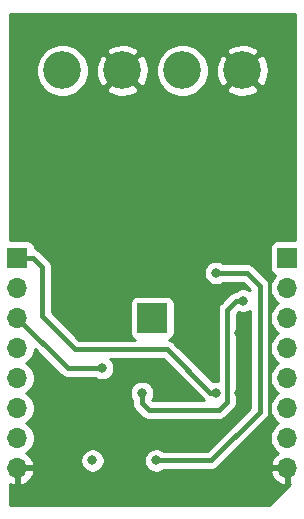
<source format=gbr>
G04 #@! TF.GenerationSoftware,KiCad,Pcbnew,(5.1.5)-3*
G04 #@! TF.CreationDate,2020-05-07T11:30:42+02:00*
G04 #@! TF.ProjectId,TPS26600_ePuse,54505332-3636-4303-905f-65507573652e,rev?*
G04 #@! TF.SameCoordinates,Original*
G04 #@! TF.FileFunction,Copper,L2,Bot*
G04 #@! TF.FilePolarity,Positive*
%FSLAX46Y46*%
G04 Gerber Fmt 4.6, Leading zero omitted, Abs format (unit mm)*
G04 Created by KiCad (PCBNEW (5.1.5)-3) date 2020-05-07 11:30:42*
%MOMM*%
%LPD*%
G04 APERTURE LIST*
%ADD10R,2.500000X2.500000*%
%ADD11C,3.200000*%
%ADD12R,1.700000X1.700000*%
%ADD13O,1.700000X1.700000*%
%ADD14C,0.800000*%
%ADD15C,0.381000*%
%ADD16C,0.254000*%
G04 APERTURE END LIST*
D10*
X88900000Y-161290000D03*
D11*
X91440000Y-140335000D03*
X96520000Y-140335000D03*
X86360000Y-140335000D03*
X81280000Y-140335000D03*
D12*
X77470000Y-156210000D03*
D13*
X77470000Y-158750000D03*
X77470000Y-161290000D03*
X77470000Y-163830000D03*
X77470000Y-166370000D03*
X77470000Y-168910000D03*
X77470000Y-171450000D03*
X77470000Y-173990000D03*
X100330000Y-173990000D03*
X100330000Y-171450000D03*
X100330000Y-168910000D03*
X100330000Y-166370000D03*
X100330000Y-163830000D03*
X100330000Y-161290000D03*
X100330000Y-158750000D03*
D12*
X100330000Y-156210000D03*
D14*
X90297000Y-155575000D03*
X83058000Y-151130000D03*
X98298000Y-151130000D03*
X99314000Y-151638000D03*
X99314000Y-150622000D03*
X84074000Y-151638000D03*
X84074000Y-150622000D03*
X88011000Y-167640000D03*
X96583500Y-159829500D03*
X96202500Y-162560000D03*
X96202500Y-173355000D03*
X96266000Y-167640000D03*
X89916000Y-167640000D03*
X83566000Y-167640000D03*
X94297500Y-157480000D03*
X89232500Y-173355000D03*
X83820000Y-173355000D03*
X94312500Y-167640000D03*
X84645500Y-165544500D03*
D15*
X88011000Y-168529000D02*
X88011000Y-167640000D01*
X95250000Y-168402000D02*
X94551500Y-169100500D01*
X88582500Y-169100500D02*
X88011000Y-168529000D01*
X96017815Y-159829500D02*
X95250000Y-160597315D01*
X96583500Y-159829500D02*
X96017815Y-159829500D01*
X95250000Y-160597315D02*
X95250000Y-168402000D01*
X94551500Y-169100500D02*
X88582500Y-169100500D01*
X97980500Y-169227500D02*
X93853000Y-173355000D01*
X93853000Y-173355000D02*
X89232500Y-173355000D01*
X97980500Y-158559500D02*
X97980500Y-169227500D01*
X94297500Y-157480000D02*
X96901000Y-157480000D01*
X96901000Y-157480000D02*
X97980500Y-158559500D01*
X78803500Y-156210000D02*
X77470000Y-156210000D01*
X79565500Y-156972000D02*
X78803500Y-156210000D01*
X93825000Y-167640000D02*
X90142000Y-163957000D01*
X90142000Y-163957000D02*
X82359500Y-163957000D01*
X82359500Y-163957000D02*
X79565500Y-161163000D01*
X94312500Y-167640000D02*
X93825000Y-167640000D01*
X79565500Y-161163000D02*
X79565500Y-156972000D01*
X81724500Y-165544500D02*
X77470000Y-161290000D01*
X84645500Y-165544500D02*
X81724500Y-165544500D01*
D16*
G36*
X100940000Y-154721928D02*
G01*
X99480000Y-154721928D01*
X99355518Y-154734188D01*
X99235820Y-154770498D01*
X99125506Y-154829463D01*
X99028815Y-154908815D01*
X98949463Y-155005506D01*
X98890498Y-155115820D01*
X98854188Y-155235518D01*
X98841928Y-155360000D01*
X98841928Y-157060000D01*
X98854188Y-157184482D01*
X98890498Y-157304180D01*
X98949463Y-157414494D01*
X99028815Y-157511185D01*
X99125506Y-157590537D01*
X99235820Y-157649502D01*
X99308380Y-157671513D01*
X99176525Y-157803368D01*
X99014010Y-158046589D01*
X98902068Y-158316842D01*
X98845000Y-158603740D01*
X98845000Y-158896260D01*
X98902068Y-159183158D01*
X99014010Y-159453411D01*
X99176525Y-159696632D01*
X99383368Y-159903475D01*
X99557760Y-160020000D01*
X99383368Y-160136525D01*
X99176525Y-160343368D01*
X99014010Y-160586589D01*
X98902068Y-160856842D01*
X98845000Y-161143740D01*
X98845000Y-161436260D01*
X98902068Y-161723158D01*
X99014010Y-161993411D01*
X99176525Y-162236632D01*
X99383368Y-162443475D01*
X99557760Y-162560000D01*
X99383368Y-162676525D01*
X99176525Y-162883368D01*
X99014010Y-163126589D01*
X98902068Y-163396842D01*
X98845000Y-163683740D01*
X98845000Y-163976260D01*
X98902068Y-164263158D01*
X99014010Y-164533411D01*
X99176525Y-164776632D01*
X99383368Y-164983475D01*
X99557760Y-165100000D01*
X99383368Y-165216525D01*
X99176525Y-165423368D01*
X99014010Y-165666589D01*
X98902068Y-165936842D01*
X98845000Y-166223740D01*
X98845000Y-166516260D01*
X98902068Y-166803158D01*
X99014010Y-167073411D01*
X99176525Y-167316632D01*
X99383368Y-167523475D01*
X99557760Y-167640000D01*
X99383368Y-167756525D01*
X99176525Y-167963368D01*
X99014010Y-168206589D01*
X98902068Y-168476842D01*
X98845000Y-168763740D01*
X98845000Y-169056260D01*
X98902068Y-169343158D01*
X99014010Y-169613411D01*
X99176525Y-169856632D01*
X99383368Y-170063475D01*
X99557760Y-170180000D01*
X99383368Y-170296525D01*
X99176525Y-170503368D01*
X99014010Y-170746589D01*
X98902068Y-171016842D01*
X98845000Y-171303740D01*
X98845000Y-171596260D01*
X98902068Y-171883158D01*
X99014010Y-172153411D01*
X99176525Y-172396632D01*
X99383368Y-172603475D01*
X99565534Y-172725195D01*
X99448645Y-172794822D01*
X99232412Y-172989731D01*
X99058359Y-173223080D01*
X98933175Y-173485901D01*
X98888524Y-173633110D01*
X99009845Y-173863000D01*
X100203000Y-173863000D01*
X100203000Y-173843000D01*
X100457000Y-173843000D01*
X100457000Y-173863000D01*
X100477000Y-173863000D01*
X100477000Y-174117000D01*
X100457000Y-174117000D01*
X100457000Y-175310814D01*
X100561142Y-175365477D01*
X98786620Y-177140000D01*
X76860000Y-177140000D01*
X76860000Y-175341696D01*
X77113109Y-175431481D01*
X77343000Y-175310814D01*
X77343000Y-174117000D01*
X77597000Y-174117000D01*
X77597000Y-175310814D01*
X77826891Y-175431481D01*
X78101252Y-175334157D01*
X78351355Y-175185178D01*
X78567588Y-174990269D01*
X78741641Y-174756920D01*
X78866825Y-174494099D01*
X78911476Y-174346890D01*
X78790155Y-174117000D01*
X77597000Y-174117000D01*
X77343000Y-174117000D01*
X77323000Y-174117000D01*
X77323000Y-173863000D01*
X77343000Y-173863000D01*
X77343000Y-173843000D01*
X77597000Y-173843000D01*
X77597000Y-173863000D01*
X78790155Y-173863000D01*
X78911476Y-173633110D01*
X78866825Y-173485901D01*
X78755922Y-173253061D01*
X82785000Y-173253061D01*
X82785000Y-173456939D01*
X82824774Y-173656898D01*
X82902795Y-173845256D01*
X83016063Y-174014774D01*
X83160226Y-174158937D01*
X83329744Y-174272205D01*
X83518102Y-174350226D01*
X83718061Y-174390000D01*
X83921939Y-174390000D01*
X84121898Y-174350226D01*
X84310256Y-174272205D01*
X84479774Y-174158937D01*
X84623937Y-174014774D01*
X84737205Y-173845256D01*
X84815226Y-173656898D01*
X84855000Y-173456939D01*
X84855000Y-173253061D01*
X84815226Y-173053102D01*
X84737205Y-172864744D01*
X84623937Y-172695226D01*
X84479774Y-172551063D01*
X84310256Y-172437795D01*
X84121898Y-172359774D01*
X83921939Y-172320000D01*
X83718061Y-172320000D01*
X83518102Y-172359774D01*
X83329744Y-172437795D01*
X83160226Y-172551063D01*
X83016063Y-172695226D01*
X82902795Y-172864744D01*
X82824774Y-173053102D01*
X82785000Y-173253061D01*
X78755922Y-173253061D01*
X78741641Y-173223080D01*
X78567588Y-172989731D01*
X78351355Y-172794822D01*
X78234466Y-172725195D01*
X78416632Y-172603475D01*
X78623475Y-172396632D01*
X78785990Y-172153411D01*
X78897932Y-171883158D01*
X78955000Y-171596260D01*
X78955000Y-171303740D01*
X78897932Y-171016842D01*
X78785990Y-170746589D01*
X78623475Y-170503368D01*
X78416632Y-170296525D01*
X78242240Y-170180000D01*
X78416632Y-170063475D01*
X78623475Y-169856632D01*
X78785990Y-169613411D01*
X78897932Y-169343158D01*
X78955000Y-169056260D01*
X78955000Y-168763740D01*
X78897932Y-168476842D01*
X78785990Y-168206589D01*
X78623475Y-167963368D01*
X78416632Y-167756525D01*
X78242240Y-167640000D01*
X78416632Y-167523475D01*
X78623475Y-167316632D01*
X78785990Y-167073411D01*
X78897932Y-166803158D01*
X78955000Y-166516260D01*
X78955000Y-166223740D01*
X78897932Y-165936842D01*
X78785990Y-165666589D01*
X78623475Y-165423368D01*
X78416632Y-165216525D01*
X78242240Y-165100000D01*
X78416632Y-164983475D01*
X78623475Y-164776632D01*
X78785990Y-164533411D01*
X78897932Y-164263158D01*
X78955000Y-163976260D01*
X78955000Y-163942433D01*
X81112111Y-166099545D01*
X81137959Y-166131041D01*
X81169455Y-166156889D01*
X81169458Y-166156892D01*
X81263657Y-166234199D01*
X81407066Y-166310853D01*
X81562674Y-166358056D01*
X81683947Y-166370000D01*
X81683949Y-166370000D01*
X81724500Y-166373994D01*
X81765050Y-166370000D01*
X84017997Y-166370000D01*
X84155244Y-166461705D01*
X84343602Y-166539726D01*
X84543561Y-166579500D01*
X84747439Y-166579500D01*
X84947398Y-166539726D01*
X85135756Y-166461705D01*
X85305274Y-166348437D01*
X85449437Y-166204274D01*
X85562705Y-166034756D01*
X85640726Y-165846398D01*
X85680500Y-165646439D01*
X85680500Y-165442561D01*
X85640726Y-165242602D01*
X85562705Y-165054244D01*
X85449437Y-164884726D01*
X85347211Y-164782500D01*
X89800068Y-164782500D01*
X93212611Y-168195045D01*
X93238459Y-168226541D01*
X93269955Y-168252389D01*
X93269958Y-168252392D01*
X93297506Y-168275000D01*
X88924433Y-168275000D01*
X88868718Y-168219285D01*
X88928205Y-168130256D01*
X89006226Y-167941898D01*
X89046000Y-167741939D01*
X89046000Y-167538061D01*
X89006226Y-167338102D01*
X88928205Y-167149744D01*
X88814937Y-166980226D01*
X88670774Y-166836063D01*
X88501256Y-166722795D01*
X88312898Y-166644774D01*
X88112939Y-166605000D01*
X87909061Y-166605000D01*
X87709102Y-166644774D01*
X87520744Y-166722795D01*
X87351226Y-166836063D01*
X87207063Y-166980226D01*
X87093795Y-167149744D01*
X87015774Y-167338102D01*
X86976000Y-167538061D01*
X86976000Y-167741939D01*
X87015774Y-167941898D01*
X87093795Y-168130256D01*
X87185500Y-168267503D01*
X87185500Y-168488450D01*
X87181506Y-168529000D01*
X87185500Y-168569550D01*
X87185500Y-168569552D01*
X87197444Y-168690825D01*
X87220448Y-168766658D01*
X87244647Y-168846433D01*
X87321301Y-168989842D01*
X87355214Y-169031165D01*
X87424459Y-169115541D01*
X87455965Y-169141398D01*
X87970106Y-169655539D01*
X87995959Y-169687041D01*
X88060096Y-169739677D01*
X88121657Y-169790199D01*
X88245944Y-169856632D01*
X88265066Y-169866853D01*
X88420674Y-169914056D01*
X88541947Y-169926000D01*
X88541949Y-169926000D01*
X88582499Y-169929994D01*
X88623050Y-169926000D01*
X94510950Y-169926000D01*
X94551500Y-169929994D01*
X94592050Y-169926000D01*
X94592053Y-169926000D01*
X94713326Y-169914056D01*
X94868934Y-169866853D01*
X95012342Y-169790199D01*
X95138041Y-169687041D01*
X95163898Y-169655534D01*
X95805039Y-169014394D01*
X95836541Y-168988541D01*
X95900943Y-168910067D01*
X95939699Y-168862843D01*
X96016353Y-168719434D01*
X96029832Y-168675000D01*
X96063556Y-168563826D01*
X96075500Y-168442553D01*
X96075500Y-168442551D01*
X96079494Y-168402001D01*
X96075500Y-168361450D01*
X96075500Y-160939247D01*
X96216845Y-160797903D01*
X96281602Y-160824726D01*
X96481561Y-160864500D01*
X96685439Y-160864500D01*
X96885398Y-160824726D01*
X97073756Y-160746705D01*
X97155000Y-160692420D01*
X97155001Y-168885566D01*
X93511068Y-172529500D01*
X89860003Y-172529500D01*
X89722756Y-172437795D01*
X89534398Y-172359774D01*
X89334439Y-172320000D01*
X89130561Y-172320000D01*
X88930602Y-172359774D01*
X88742244Y-172437795D01*
X88572726Y-172551063D01*
X88428563Y-172695226D01*
X88315295Y-172864744D01*
X88237274Y-173053102D01*
X88197500Y-173253061D01*
X88197500Y-173456939D01*
X88237274Y-173656898D01*
X88315295Y-173845256D01*
X88428563Y-174014774D01*
X88572726Y-174158937D01*
X88742244Y-174272205D01*
X88930602Y-174350226D01*
X89130561Y-174390000D01*
X89334439Y-174390000D01*
X89534398Y-174350226D01*
X89542451Y-174346890D01*
X98888524Y-174346890D01*
X98933175Y-174494099D01*
X99058359Y-174756920D01*
X99232412Y-174990269D01*
X99448645Y-175185178D01*
X99698748Y-175334157D01*
X99973109Y-175431481D01*
X100203000Y-175310814D01*
X100203000Y-174117000D01*
X99009845Y-174117000D01*
X98888524Y-174346890D01*
X89542451Y-174346890D01*
X89722756Y-174272205D01*
X89860003Y-174180500D01*
X93812450Y-174180500D01*
X93853000Y-174184494D01*
X93893550Y-174180500D01*
X93893553Y-174180500D01*
X94014826Y-174168556D01*
X94170434Y-174121353D01*
X94313842Y-174044699D01*
X94439541Y-173941541D01*
X94465398Y-173910034D01*
X98535539Y-169839893D01*
X98567041Y-169814041D01*
X98624139Y-169744467D01*
X98670198Y-169688344D01*
X98710251Y-169613411D01*
X98746853Y-169544934D01*
X98794056Y-169389326D01*
X98806000Y-169268053D01*
X98806000Y-169268044D01*
X98809993Y-169227501D01*
X98806000Y-169186958D01*
X98806000Y-158600050D01*
X98809994Y-158559500D01*
X98801694Y-158475226D01*
X98794056Y-158397674D01*
X98746853Y-158242066D01*
X98708172Y-158169699D01*
X98670199Y-158098657D01*
X98592892Y-158004458D01*
X98592889Y-158004455D01*
X98567041Y-157972959D01*
X98535546Y-157947112D01*
X97513398Y-156924965D01*
X97487541Y-156893459D01*
X97361842Y-156790301D01*
X97218434Y-156713647D01*
X97062826Y-156666444D01*
X96941553Y-156654500D01*
X96941550Y-156654500D01*
X96901000Y-156650506D01*
X96860450Y-156654500D01*
X94925003Y-156654500D01*
X94787756Y-156562795D01*
X94599398Y-156484774D01*
X94399439Y-156445000D01*
X94195561Y-156445000D01*
X93995602Y-156484774D01*
X93807244Y-156562795D01*
X93637726Y-156676063D01*
X93493563Y-156820226D01*
X93380295Y-156989744D01*
X93302274Y-157178102D01*
X93262500Y-157378061D01*
X93262500Y-157581939D01*
X93302274Y-157781898D01*
X93380295Y-157970256D01*
X93493563Y-158139774D01*
X93637726Y-158283937D01*
X93807244Y-158397205D01*
X93995602Y-158475226D01*
X94195561Y-158515000D01*
X94399439Y-158515000D01*
X94599398Y-158475226D01*
X94787756Y-158397205D01*
X94925003Y-158305500D01*
X96559068Y-158305500D01*
X97155000Y-158901434D01*
X97155000Y-158966580D01*
X97073756Y-158912295D01*
X96885398Y-158834274D01*
X96685439Y-158794500D01*
X96481561Y-158794500D01*
X96281602Y-158834274D01*
X96093244Y-158912295D01*
X95952321Y-159006456D01*
X95855989Y-159015944D01*
X95700381Y-159063147D01*
X95556973Y-159139801D01*
X95431274Y-159242959D01*
X95405421Y-159274461D01*
X94694966Y-159984917D01*
X94663459Y-160010774D01*
X94594214Y-160095150D01*
X94560301Y-160136473D01*
X94538141Y-160177932D01*
X94483647Y-160279882D01*
X94436444Y-160435490D01*
X94431147Y-160489274D01*
X94420506Y-160597315D01*
X94424500Y-160637866D01*
X94424501Y-166607001D01*
X94414439Y-166605000D01*
X94210561Y-166605000D01*
X94010602Y-166644774D01*
X94001131Y-166648697D01*
X90754398Y-163401966D01*
X90728541Y-163370459D01*
X90602842Y-163267301D01*
X90459434Y-163190647D01*
X90326023Y-163150177D01*
X90394180Y-163129502D01*
X90504494Y-163070537D01*
X90601185Y-162991185D01*
X90680537Y-162894494D01*
X90739502Y-162784180D01*
X90775812Y-162664482D01*
X90788072Y-162540000D01*
X90788072Y-160040000D01*
X90775812Y-159915518D01*
X90739502Y-159795820D01*
X90680537Y-159685506D01*
X90601185Y-159588815D01*
X90504494Y-159509463D01*
X90394180Y-159450498D01*
X90274482Y-159414188D01*
X90150000Y-159401928D01*
X87650000Y-159401928D01*
X87525518Y-159414188D01*
X87405820Y-159450498D01*
X87295506Y-159509463D01*
X87198815Y-159588815D01*
X87119463Y-159685506D01*
X87060498Y-159795820D01*
X87024188Y-159915518D01*
X87011928Y-160040000D01*
X87011928Y-162540000D01*
X87024188Y-162664482D01*
X87060498Y-162784180D01*
X87119463Y-162894494D01*
X87198815Y-162991185D01*
X87295506Y-163070537D01*
X87405820Y-163129502D01*
X87412407Y-163131500D01*
X82701434Y-163131500D01*
X80391000Y-160821068D01*
X80391000Y-157012550D01*
X80394994Y-156972000D01*
X80387873Y-156899699D01*
X80379056Y-156810174D01*
X80331853Y-156654566D01*
X80263899Y-156527434D01*
X80255199Y-156511157D01*
X80177892Y-156416958D01*
X80177889Y-156416955D01*
X80152041Y-156385459D01*
X80120544Y-156359611D01*
X79415897Y-155654965D01*
X79390041Y-155623459D01*
X79264342Y-155520301D01*
X79120934Y-155443647D01*
X78965326Y-155396444D01*
X78958072Y-155395730D01*
X78958072Y-155360000D01*
X78945812Y-155235518D01*
X78909502Y-155115820D01*
X78850537Y-155005506D01*
X78771185Y-154908815D01*
X78674494Y-154829463D01*
X78564180Y-154770498D01*
X78444482Y-154734188D01*
X78320000Y-154721928D01*
X76860000Y-154721928D01*
X76860000Y-140114872D01*
X79045000Y-140114872D01*
X79045000Y-140555128D01*
X79130890Y-140986925D01*
X79299369Y-141393669D01*
X79543962Y-141759729D01*
X79855271Y-142071038D01*
X80221331Y-142315631D01*
X80628075Y-142484110D01*
X81059872Y-142570000D01*
X81500128Y-142570000D01*
X81931925Y-142484110D01*
X82338669Y-142315631D01*
X82704729Y-142071038D01*
X82877922Y-141897845D01*
X84976761Y-141897845D01*
X85144802Y-142223643D01*
X85536607Y-142424426D01*
X85960055Y-142544914D01*
X86398873Y-142580476D01*
X86836197Y-142529746D01*
X87255221Y-142394674D01*
X87575198Y-142223643D01*
X87743239Y-141897845D01*
X86360000Y-140514605D01*
X84976761Y-141897845D01*
X82877922Y-141897845D01*
X83016038Y-141759729D01*
X83260631Y-141393669D01*
X83429110Y-140986925D01*
X83515000Y-140555128D01*
X83515000Y-140373873D01*
X84114524Y-140373873D01*
X84165254Y-140811197D01*
X84300326Y-141230221D01*
X84471357Y-141550198D01*
X84797155Y-141718239D01*
X86180395Y-140335000D01*
X86539605Y-140335000D01*
X87922845Y-141718239D01*
X88248643Y-141550198D01*
X88449426Y-141158393D01*
X88569914Y-140734945D01*
X88605476Y-140296127D01*
X88584451Y-140114872D01*
X89205000Y-140114872D01*
X89205000Y-140555128D01*
X89290890Y-140986925D01*
X89459369Y-141393669D01*
X89703962Y-141759729D01*
X90015271Y-142071038D01*
X90381331Y-142315631D01*
X90788075Y-142484110D01*
X91219872Y-142570000D01*
X91660128Y-142570000D01*
X92091925Y-142484110D01*
X92498669Y-142315631D01*
X92864729Y-142071038D01*
X93037922Y-141897845D01*
X95136761Y-141897845D01*
X95304802Y-142223643D01*
X95696607Y-142424426D01*
X96120055Y-142544914D01*
X96558873Y-142580476D01*
X96996197Y-142529746D01*
X97415221Y-142394674D01*
X97735198Y-142223643D01*
X97903239Y-141897845D01*
X96520000Y-140514605D01*
X95136761Y-141897845D01*
X93037922Y-141897845D01*
X93176038Y-141759729D01*
X93420631Y-141393669D01*
X93589110Y-140986925D01*
X93675000Y-140555128D01*
X93675000Y-140373873D01*
X94274524Y-140373873D01*
X94325254Y-140811197D01*
X94460326Y-141230221D01*
X94631357Y-141550198D01*
X94957155Y-141718239D01*
X96340395Y-140335000D01*
X96699605Y-140335000D01*
X98082845Y-141718239D01*
X98408643Y-141550198D01*
X98609426Y-141158393D01*
X98729914Y-140734945D01*
X98765476Y-140296127D01*
X98714746Y-139858803D01*
X98579674Y-139439779D01*
X98408643Y-139119802D01*
X98082845Y-138951761D01*
X96699605Y-140335000D01*
X96340395Y-140335000D01*
X94957155Y-138951761D01*
X94631357Y-139119802D01*
X94430574Y-139511607D01*
X94310086Y-139935055D01*
X94274524Y-140373873D01*
X93675000Y-140373873D01*
X93675000Y-140114872D01*
X93589110Y-139683075D01*
X93420631Y-139276331D01*
X93176038Y-138910271D01*
X93037922Y-138772155D01*
X95136761Y-138772155D01*
X96520000Y-140155395D01*
X97903239Y-138772155D01*
X97735198Y-138446357D01*
X97343393Y-138245574D01*
X96919945Y-138125086D01*
X96481127Y-138089524D01*
X96043803Y-138140254D01*
X95624779Y-138275326D01*
X95304802Y-138446357D01*
X95136761Y-138772155D01*
X93037922Y-138772155D01*
X92864729Y-138598962D01*
X92498669Y-138354369D01*
X92091925Y-138185890D01*
X91660128Y-138100000D01*
X91219872Y-138100000D01*
X90788075Y-138185890D01*
X90381331Y-138354369D01*
X90015271Y-138598962D01*
X89703962Y-138910271D01*
X89459369Y-139276331D01*
X89290890Y-139683075D01*
X89205000Y-140114872D01*
X88584451Y-140114872D01*
X88554746Y-139858803D01*
X88419674Y-139439779D01*
X88248643Y-139119802D01*
X87922845Y-138951761D01*
X86539605Y-140335000D01*
X86180395Y-140335000D01*
X84797155Y-138951761D01*
X84471357Y-139119802D01*
X84270574Y-139511607D01*
X84150086Y-139935055D01*
X84114524Y-140373873D01*
X83515000Y-140373873D01*
X83515000Y-140114872D01*
X83429110Y-139683075D01*
X83260631Y-139276331D01*
X83016038Y-138910271D01*
X82877922Y-138772155D01*
X84976761Y-138772155D01*
X86360000Y-140155395D01*
X87743239Y-138772155D01*
X87575198Y-138446357D01*
X87183393Y-138245574D01*
X86759945Y-138125086D01*
X86321127Y-138089524D01*
X85883803Y-138140254D01*
X85464779Y-138275326D01*
X85144802Y-138446357D01*
X84976761Y-138772155D01*
X82877922Y-138772155D01*
X82704729Y-138598962D01*
X82338669Y-138354369D01*
X81931925Y-138185890D01*
X81500128Y-138100000D01*
X81059872Y-138100000D01*
X80628075Y-138185890D01*
X80221331Y-138354369D01*
X79855271Y-138598962D01*
X79543962Y-138910271D01*
X79299369Y-139276331D01*
X79130890Y-139683075D01*
X79045000Y-140114872D01*
X76860000Y-140114872D01*
X76860000Y-135534000D01*
X100940000Y-135534000D01*
X100940000Y-154721928D01*
G37*
X100940000Y-154721928D02*
X99480000Y-154721928D01*
X99355518Y-154734188D01*
X99235820Y-154770498D01*
X99125506Y-154829463D01*
X99028815Y-154908815D01*
X98949463Y-155005506D01*
X98890498Y-155115820D01*
X98854188Y-155235518D01*
X98841928Y-155360000D01*
X98841928Y-157060000D01*
X98854188Y-157184482D01*
X98890498Y-157304180D01*
X98949463Y-157414494D01*
X99028815Y-157511185D01*
X99125506Y-157590537D01*
X99235820Y-157649502D01*
X99308380Y-157671513D01*
X99176525Y-157803368D01*
X99014010Y-158046589D01*
X98902068Y-158316842D01*
X98845000Y-158603740D01*
X98845000Y-158896260D01*
X98902068Y-159183158D01*
X99014010Y-159453411D01*
X99176525Y-159696632D01*
X99383368Y-159903475D01*
X99557760Y-160020000D01*
X99383368Y-160136525D01*
X99176525Y-160343368D01*
X99014010Y-160586589D01*
X98902068Y-160856842D01*
X98845000Y-161143740D01*
X98845000Y-161436260D01*
X98902068Y-161723158D01*
X99014010Y-161993411D01*
X99176525Y-162236632D01*
X99383368Y-162443475D01*
X99557760Y-162560000D01*
X99383368Y-162676525D01*
X99176525Y-162883368D01*
X99014010Y-163126589D01*
X98902068Y-163396842D01*
X98845000Y-163683740D01*
X98845000Y-163976260D01*
X98902068Y-164263158D01*
X99014010Y-164533411D01*
X99176525Y-164776632D01*
X99383368Y-164983475D01*
X99557760Y-165100000D01*
X99383368Y-165216525D01*
X99176525Y-165423368D01*
X99014010Y-165666589D01*
X98902068Y-165936842D01*
X98845000Y-166223740D01*
X98845000Y-166516260D01*
X98902068Y-166803158D01*
X99014010Y-167073411D01*
X99176525Y-167316632D01*
X99383368Y-167523475D01*
X99557760Y-167640000D01*
X99383368Y-167756525D01*
X99176525Y-167963368D01*
X99014010Y-168206589D01*
X98902068Y-168476842D01*
X98845000Y-168763740D01*
X98845000Y-169056260D01*
X98902068Y-169343158D01*
X99014010Y-169613411D01*
X99176525Y-169856632D01*
X99383368Y-170063475D01*
X99557760Y-170180000D01*
X99383368Y-170296525D01*
X99176525Y-170503368D01*
X99014010Y-170746589D01*
X98902068Y-171016842D01*
X98845000Y-171303740D01*
X98845000Y-171596260D01*
X98902068Y-171883158D01*
X99014010Y-172153411D01*
X99176525Y-172396632D01*
X99383368Y-172603475D01*
X99565534Y-172725195D01*
X99448645Y-172794822D01*
X99232412Y-172989731D01*
X99058359Y-173223080D01*
X98933175Y-173485901D01*
X98888524Y-173633110D01*
X99009845Y-173863000D01*
X100203000Y-173863000D01*
X100203000Y-173843000D01*
X100457000Y-173843000D01*
X100457000Y-173863000D01*
X100477000Y-173863000D01*
X100477000Y-174117000D01*
X100457000Y-174117000D01*
X100457000Y-175310814D01*
X100561142Y-175365477D01*
X98786620Y-177140000D01*
X76860000Y-177140000D01*
X76860000Y-175341696D01*
X77113109Y-175431481D01*
X77343000Y-175310814D01*
X77343000Y-174117000D01*
X77597000Y-174117000D01*
X77597000Y-175310814D01*
X77826891Y-175431481D01*
X78101252Y-175334157D01*
X78351355Y-175185178D01*
X78567588Y-174990269D01*
X78741641Y-174756920D01*
X78866825Y-174494099D01*
X78911476Y-174346890D01*
X78790155Y-174117000D01*
X77597000Y-174117000D01*
X77343000Y-174117000D01*
X77323000Y-174117000D01*
X77323000Y-173863000D01*
X77343000Y-173863000D01*
X77343000Y-173843000D01*
X77597000Y-173843000D01*
X77597000Y-173863000D01*
X78790155Y-173863000D01*
X78911476Y-173633110D01*
X78866825Y-173485901D01*
X78755922Y-173253061D01*
X82785000Y-173253061D01*
X82785000Y-173456939D01*
X82824774Y-173656898D01*
X82902795Y-173845256D01*
X83016063Y-174014774D01*
X83160226Y-174158937D01*
X83329744Y-174272205D01*
X83518102Y-174350226D01*
X83718061Y-174390000D01*
X83921939Y-174390000D01*
X84121898Y-174350226D01*
X84310256Y-174272205D01*
X84479774Y-174158937D01*
X84623937Y-174014774D01*
X84737205Y-173845256D01*
X84815226Y-173656898D01*
X84855000Y-173456939D01*
X84855000Y-173253061D01*
X84815226Y-173053102D01*
X84737205Y-172864744D01*
X84623937Y-172695226D01*
X84479774Y-172551063D01*
X84310256Y-172437795D01*
X84121898Y-172359774D01*
X83921939Y-172320000D01*
X83718061Y-172320000D01*
X83518102Y-172359774D01*
X83329744Y-172437795D01*
X83160226Y-172551063D01*
X83016063Y-172695226D01*
X82902795Y-172864744D01*
X82824774Y-173053102D01*
X82785000Y-173253061D01*
X78755922Y-173253061D01*
X78741641Y-173223080D01*
X78567588Y-172989731D01*
X78351355Y-172794822D01*
X78234466Y-172725195D01*
X78416632Y-172603475D01*
X78623475Y-172396632D01*
X78785990Y-172153411D01*
X78897932Y-171883158D01*
X78955000Y-171596260D01*
X78955000Y-171303740D01*
X78897932Y-171016842D01*
X78785990Y-170746589D01*
X78623475Y-170503368D01*
X78416632Y-170296525D01*
X78242240Y-170180000D01*
X78416632Y-170063475D01*
X78623475Y-169856632D01*
X78785990Y-169613411D01*
X78897932Y-169343158D01*
X78955000Y-169056260D01*
X78955000Y-168763740D01*
X78897932Y-168476842D01*
X78785990Y-168206589D01*
X78623475Y-167963368D01*
X78416632Y-167756525D01*
X78242240Y-167640000D01*
X78416632Y-167523475D01*
X78623475Y-167316632D01*
X78785990Y-167073411D01*
X78897932Y-166803158D01*
X78955000Y-166516260D01*
X78955000Y-166223740D01*
X78897932Y-165936842D01*
X78785990Y-165666589D01*
X78623475Y-165423368D01*
X78416632Y-165216525D01*
X78242240Y-165100000D01*
X78416632Y-164983475D01*
X78623475Y-164776632D01*
X78785990Y-164533411D01*
X78897932Y-164263158D01*
X78955000Y-163976260D01*
X78955000Y-163942433D01*
X81112111Y-166099545D01*
X81137959Y-166131041D01*
X81169455Y-166156889D01*
X81169458Y-166156892D01*
X81263657Y-166234199D01*
X81407066Y-166310853D01*
X81562674Y-166358056D01*
X81683947Y-166370000D01*
X81683949Y-166370000D01*
X81724500Y-166373994D01*
X81765050Y-166370000D01*
X84017997Y-166370000D01*
X84155244Y-166461705D01*
X84343602Y-166539726D01*
X84543561Y-166579500D01*
X84747439Y-166579500D01*
X84947398Y-166539726D01*
X85135756Y-166461705D01*
X85305274Y-166348437D01*
X85449437Y-166204274D01*
X85562705Y-166034756D01*
X85640726Y-165846398D01*
X85680500Y-165646439D01*
X85680500Y-165442561D01*
X85640726Y-165242602D01*
X85562705Y-165054244D01*
X85449437Y-164884726D01*
X85347211Y-164782500D01*
X89800068Y-164782500D01*
X93212611Y-168195045D01*
X93238459Y-168226541D01*
X93269955Y-168252389D01*
X93269958Y-168252392D01*
X93297506Y-168275000D01*
X88924433Y-168275000D01*
X88868718Y-168219285D01*
X88928205Y-168130256D01*
X89006226Y-167941898D01*
X89046000Y-167741939D01*
X89046000Y-167538061D01*
X89006226Y-167338102D01*
X88928205Y-167149744D01*
X88814937Y-166980226D01*
X88670774Y-166836063D01*
X88501256Y-166722795D01*
X88312898Y-166644774D01*
X88112939Y-166605000D01*
X87909061Y-166605000D01*
X87709102Y-166644774D01*
X87520744Y-166722795D01*
X87351226Y-166836063D01*
X87207063Y-166980226D01*
X87093795Y-167149744D01*
X87015774Y-167338102D01*
X86976000Y-167538061D01*
X86976000Y-167741939D01*
X87015774Y-167941898D01*
X87093795Y-168130256D01*
X87185500Y-168267503D01*
X87185500Y-168488450D01*
X87181506Y-168529000D01*
X87185500Y-168569550D01*
X87185500Y-168569552D01*
X87197444Y-168690825D01*
X87220448Y-168766658D01*
X87244647Y-168846433D01*
X87321301Y-168989842D01*
X87355214Y-169031165D01*
X87424459Y-169115541D01*
X87455965Y-169141398D01*
X87970106Y-169655539D01*
X87995959Y-169687041D01*
X88060096Y-169739677D01*
X88121657Y-169790199D01*
X88245944Y-169856632D01*
X88265066Y-169866853D01*
X88420674Y-169914056D01*
X88541947Y-169926000D01*
X88541949Y-169926000D01*
X88582499Y-169929994D01*
X88623050Y-169926000D01*
X94510950Y-169926000D01*
X94551500Y-169929994D01*
X94592050Y-169926000D01*
X94592053Y-169926000D01*
X94713326Y-169914056D01*
X94868934Y-169866853D01*
X95012342Y-169790199D01*
X95138041Y-169687041D01*
X95163898Y-169655534D01*
X95805039Y-169014394D01*
X95836541Y-168988541D01*
X95900943Y-168910067D01*
X95939699Y-168862843D01*
X96016353Y-168719434D01*
X96029832Y-168675000D01*
X96063556Y-168563826D01*
X96075500Y-168442553D01*
X96075500Y-168442551D01*
X96079494Y-168402001D01*
X96075500Y-168361450D01*
X96075500Y-160939247D01*
X96216845Y-160797903D01*
X96281602Y-160824726D01*
X96481561Y-160864500D01*
X96685439Y-160864500D01*
X96885398Y-160824726D01*
X97073756Y-160746705D01*
X97155000Y-160692420D01*
X97155001Y-168885566D01*
X93511068Y-172529500D01*
X89860003Y-172529500D01*
X89722756Y-172437795D01*
X89534398Y-172359774D01*
X89334439Y-172320000D01*
X89130561Y-172320000D01*
X88930602Y-172359774D01*
X88742244Y-172437795D01*
X88572726Y-172551063D01*
X88428563Y-172695226D01*
X88315295Y-172864744D01*
X88237274Y-173053102D01*
X88197500Y-173253061D01*
X88197500Y-173456939D01*
X88237274Y-173656898D01*
X88315295Y-173845256D01*
X88428563Y-174014774D01*
X88572726Y-174158937D01*
X88742244Y-174272205D01*
X88930602Y-174350226D01*
X89130561Y-174390000D01*
X89334439Y-174390000D01*
X89534398Y-174350226D01*
X89542451Y-174346890D01*
X98888524Y-174346890D01*
X98933175Y-174494099D01*
X99058359Y-174756920D01*
X99232412Y-174990269D01*
X99448645Y-175185178D01*
X99698748Y-175334157D01*
X99973109Y-175431481D01*
X100203000Y-175310814D01*
X100203000Y-174117000D01*
X99009845Y-174117000D01*
X98888524Y-174346890D01*
X89542451Y-174346890D01*
X89722756Y-174272205D01*
X89860003Y-174180500D01*
X93812450Y-174180500D01*
X93853000Y-174184494D01*
X93893550Y-174180500D01*
X93893553Y-174180500D01*
X94014826Y-174168556D01*
X94170434Y-174121353D01*
X94313842Y-174044699D01*
X94439541Y-173941541D01*
X94465398Y-173910034D01*
X98535539Y-169839893D01*
X98567041Y-169814041D01*
X98624139Y-169744467D01*
X98670198Y-169688344D01*
X98710251Y-169613411D01*
X98746853Y-169544934D01*
X98794056Y-169389326D01*
X98806000Y-169268053D01*
X98806000Y-169268044D01*
X98809993Y-169227501D01*
X98806000Y-169186958D01*
X98806000Y-158600050D01*
X98809994Y-158559500D01*
X98801694Y-158475226D01*
X98794056Y-158397674D01*
X98746853Y-158242066D01*
X98708172Y-158169699D01*
X98670199Y-158098657D01*
X98592892Y-158004458D01*
X98592889Y-158004455D01*
X98567041Y-157972959D01*
X98535546Y-157947112D01*
X97513398Y-156924965D01*
X97487541Y-156893459D01*
X97361842Y-156790301D01*
X97218434Y-156713647D01*
X97062826Y-156666444D01*
X96941553Y-156654500D01*
X96941550Y-156654500D01*
X96901000Y-156650506D01*
X96860450Y-156654500D01*
X94925003Y-156654500D01*
X94787756Y-156562795D01*
X94599398Y-156484774D01*
X94399439Y-156445000D01*
X94195561Y-156445000D01*
X93995602Y-156484774D01*
X93807244Y-156562795D01*
X93637726Y-156676063D01*
X93493563Y-156820226D01*
X93380295Y-156989744D01*
X93302274Y-157178102D01*
X93262500Y-157378061D01*
X93262500Y-157581939D01*
X93302274Y-157781898D01*
X93380295Y-157970256D01*
X93493563Y-158139774D01*
X93637726Y-158283937D01*
X93807244Y-158397205D01*
X93995602Y-158475226D01*
X94195561Y-158515000D01*
X94399439Y-158515000D01*
X94599398Y-158475226D01*
X94787756Y-158397205D01*
X94925003Y-158305500D01*
X96559068Y-158305500D01*
X97155000Y-158901434D01*
X97155000Y-158966580D01*
X97073756Y-158912295D01*
X96885398Y-158834274D01*
X96685439Y-158794500D01*
X96481561Y-158794500D01*
X96281602Y-158834274D01*
X96093244Y-158912295D01*
X95952321Y-159006456D01*
X95855989Y-159015944D01*
X95700381Y-159063147D01*
X95556973Y-159139801D01*
X95431274Y-159242959D01*
X95405421Y-159274461D01*
X94694966Y-159984917D01*
X94663459Y-160010774D01*
X94594214Y-160095150D01*
X94560301Y-160136473D01*
X94538141Y-160177932D01*
X94483647Y-160279882D01*
X94436444Y-160435490D01*
X94431147Y-160489274D01*
X94420506Y-160597315D01*
X94424500Y-160637866D01*
X94424501Y-166607001D01*
X94414439Y-166605000D01*
X94210561Y-166605000D01*
X94010602Y-166644774D01*
X94001131Y-166648697D01*
X90754398Y-163401966D01*
X90728541Y-163370459D01*
X90602842Y-163267301D01*
X90459434Y-163190647D01*
X90326023Y-163150177D01*
X90394180Y-163129502D01*
X90504494Y-163070537D01*
X90601185Y-162991185D01*
X90680537Y-162894494D01*
X90739502Y-162784180D01*
X90775812Y-162664482D01*
X90788072Y-162540000D01*
X90788072Y-160040000D01*
X90775812Y-159915518D01*
X90739502Y-159795820D01*
X90680537Y-159685506D01*
X90601185Y-159588815D01*
X90504494Y-159509463D01*
X90394180Y-159450498D01*
X90274482Y-159414188D01*
X90150000Y-159401928D01*
X87650000Y-159401928D01*
X87525518Y-159414188D01*
X87405820Y-159450498D01*
X87295506Y-159509463D01*
X87198815Y-159588815D01*
X87119463Y-159685506D01*
X87060498Y-159795820D01*
X87024188Y-159915518D01*
X87011928Y-160040000D01*
X87011928Y-162540000D01*
X87024188Y-162664482D01*
X87060498Y-162784180D01*
X87119463Y-162894494D01*
X87198815Y-162991185D01*
X87295506Y-163070537D01*
X87405820Y-163129502D01*
X87412407Y-163131500D01*
X82701434Y-163131500D01*
X80391000Y-160821068D01*
X80391000Y-157012550D01*
X80394994Y-156972000D01*
X80387873Y-156899699D01*
X80379056Y-156810174D01*
X80331853Y-156654566D01*
X80263899Y-156527434D01*
X80255199Y-156511157D01*
X80177892Y-156416958D01*
X80177889Y-156416955D01*
X80152041Y-156385459D01*
X80120544Y-156359611D01*
X79415897Y-155654965D01*
X79390041Y-155623459D01*
X79264342Y-155520301D01*
X79120934Y-155443647D01*
X78965326Y-155396444D01*
X78958072Y-155395730D01*
X78958072Y-155360000D01*
X78945812Y-155235518D01*
X78909502Y-155115820D01*
X78850537Y-155005506D01*
X78771185Y-154908815D01*
X78674494Y-154829463D01*
X78564180Y-154770498D01*
X78444482Y-154734188D01*
X78320000Y-154721928D01*
X76860000Y-154721928D01*
X76860000Y-140114872D01*
X79045000Y-140114872D01*
X79045000Y-140555128D01*
X79130890Y-140986925D01*
X79299369Y-141393669D01*
X79543962Y-141759729D01*
X79855271Y-142071038D01*
X80221331Y-142315631D01*
X80628075Y-142484110D01*
X81059872Y-142570000D01*
X81500128Y-142570000D01*
X81931925Y-142484110D01*
X82338669Y-142315631D01*
X82704729Y-142071038D01*
X82877922Y-141897845D01*
X84976761Y-141897845D01*
X85144802Y-142223643D01*
X85536607Y-142424426D01*
X85960055Y-142544914D01*
X86398873Y-142580476D01*
X86836197Y-142529746D01*
X87255221Y-142394674D01*
X87575198Y-142223643D01*
X87743239Y-141897845D01*
X86360000Y-140514605D01*
X84976761Y-141897845D01*
X82877922Y-141897845D01*
X83016038Y-141759729D01*
X83260631Y-141393669D01*
X83429110Y-140986925D01*
X83515000Y-140555128D01*
X83515000Y-140373873D01*
X84114524Y-140373873D01*
X84165254Y-140811197D01*
X84300326Y-141230221D01*
X84471357Y-141550198D01*
X84797155Y-141718239D01*
X86180395Y-140335000D01*
X86539605Y-140335000D01*
X87922845Y-141718239D01*
X88248643Y-141550198D01*
X88449426Y-141158393D01*
X88569914Y-140734945D01*
X88605476Y-140296127D01*
X88584451Y-140114872D01*
X89205000Y-140114872D01*
X89205000Y-140555128D01*
X89290890Y-140986925D01*
X89459369Y-141393669D01*
X89703962Y-141759729D01*
X90015271Y-142071038D01*
X90381331Y-142315631D01*
X90788075Y-142484110D01*
X91219872Y-142570000D01*
X91660128Y-142570000D01*
X92091925Y-142484110D01*
X92498669Y-142315631D01*
X92864729Y-142071038D01*
X93037922Y-141897845D01*
X95136761Y-141897845D01*
X95304802Y-142223643D01*
X95696607Y-142424426D01*
X96120055Y-142544914D01*
X96558873Y-142580476D01*
X96996197Y-142529746D01*
X97415221Y-142394674D01*
X97735198Y-142223643D01*
X97903239Y-141897845D01*
X96520000Y-140514605D01*
X95136761Y-141897845D01*
X93037922Y-141897845D01*
X93176038Y-141759729D01*
X93420631Y-141393669D01*
X93589110Y-140986925D01*
X93675000Y-140555128D01*
X93675000Y-140373873D01*
X94274524Y-140373873D01*
X94325254Y-140811197D01*
X94460326Y-141230221D01*
X94631357Y-141550198D01*
X94957155Y-141718239D01*
X96340395Y-140335000D01*
X96699605Y-140335000D01*
X98082845Y-141718239D01*
X98408643Y-141550198D01*
X98609426Y-141158393D01*
X98729914Y-140734945D01*
X98765476Y-140296127D01*
X98714746Y-139858803D01*
X98579674Y-139439779D01*
X98408643Y-139119802D01*
X98082845Y-138951761D01*
X96699605Y-140335000D01*
X96340395Y-140335000D01*
X94957155Y-138951761D01*
X94631357Y-139119802D01*
X94430574Y-139511607D01*
X94310086Y-139935055D01*
X94274524Y-140373873D01*
X93675000Y-140373873D01*
X93675000Y-140114872D01*
X93589110Y-139683075D01*
X93420631Y-139276331D01*
X93176038Y-138910271D01*
X93037922Y-138772155D01*
X95136761Y-138772155D01*
X96520000Y-140155395D01*
X97903239Y-138772155D01*
X97735198Y-138446357D01*
X97343393Y-138245574D01*
X96919945Y-138125086D01*
X96481127Y-138089524D01*
X96043803Y-138140254D01*
X95624779Y-138275326D01*
X95304802Y-138446357D01*
X95136761Y-138772155D01*
X93037922Y-138772155D01*
X92864729Y-138598962D01*
X92498669Y-138354369D01*
X92091925Y-138185890D01*
X91660128Y-138100000D01*
X91219872Y-138100000D01*
X90788075Y-138185890D01*
X90381331Y-138354369D01*
X90015271Y-138598962D01*
X89703962Y-138910271D01*
X89459369Y-139276331D01*
X89290890Y-139683075D01*
X89205000Y-140114872D01*
X88584451Y-140114872D01*
X88554746Y-139858803D01*
X88419674Y-139439779D01*
X88248643Y-139119802D01*
X87922845Y-138951761D01*
X86539605Y-140335000D01*
X86180395Y-140335000D01*
X84797155Y-138951761D01*
X84471357Y-139119802D01*
X84270574Y-139511607D01*
X84150086Y-139935055D01*
X84114524Y-140373873D01*
X83515000Y-140373873D01*
X83515000Y-140114872D01*
X83429110Y-139683075D01*
X83260631Y-139276331D01*
X83016038Y-138910271D01*
X82877922Y-138772155D01*
X84976761Y-138772155D01*
X86360000Y-140155395D01*
X87743239Y-138772155D01*
X87575198Y-138446357D01*
X87183393Y-138245574D01*
X86759945Y-138125086D01*
X86321127Y-138089524D01*
X85883803Y-138140254D01*
X85464779Y-138275326D01*
X85144802Y-138446357D01*
X84976761Y-138772155D01*
X82877922Y-138772155D01*
X82704729Y-138598962D01*
X82338669Y-138354369D01*
X81931925Y-138185890D01*
X81500128Y-138100000D01*
X81059872Y-138100000D01*
X80628075Y-138185890D01*
X80221331Y-138354369D01*
X79855271Y-138598962D01*
X79543962Y-138910271D01*
X79299369Y-139276331D01*
X79130890Y-139683075D01*
X79045000Y-140114872D01*
X76860000Y-140114872D01*
X76860000Y-135534000D01*
X100940000Y-135534000D01*
X100940000Y-154721928D01*
M02*

</source>
